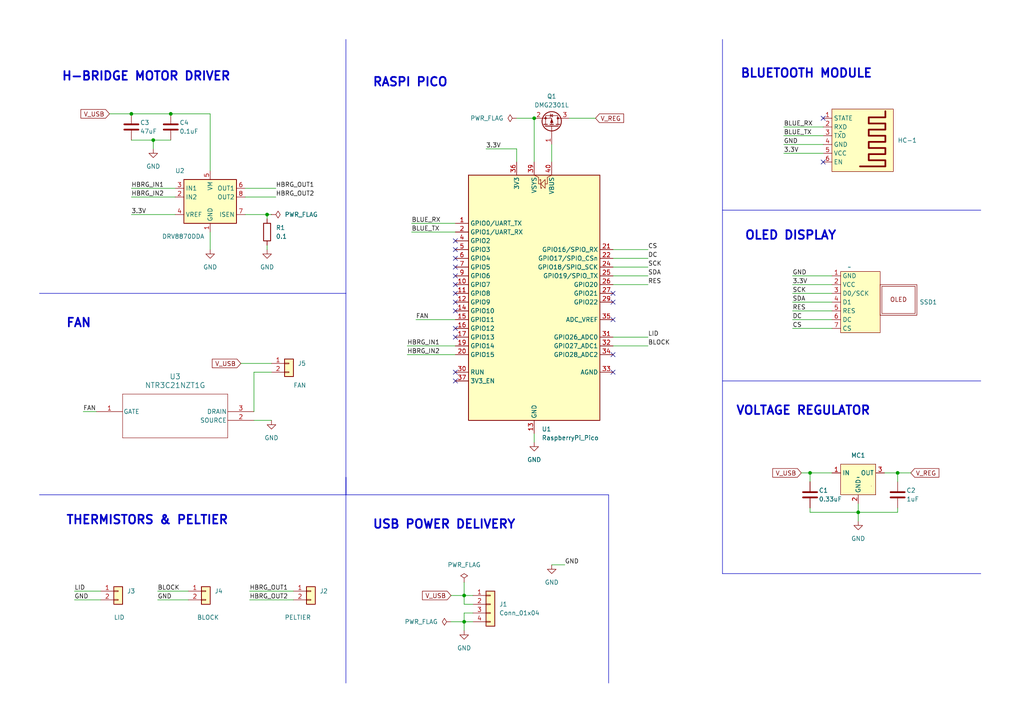
<source format=kicad_sch>
(kicad_sch (version 20230121) (generator eeschema)
  (paper "A4")
  (title_block (title "PCR Schematics") (date "04-03-2024") (rev "2") (company "EDL") (comment 1 "Made by PNP"))
  (lib_symbols
    (symbol "Connector_Generic:Conn_01x02" (pin_names (offset 1.016) hide)
      (property "Reference" "J" (at 0 2.54 0))
      (property "Value" "Conn_01x02" (at 0 -5.08 0))
      (symbol "Conn_01x02_1_1"
        (rectangle (start -1.27 -2.413) (end 0 -2.667) (stroke (width 0.1524)))
        (rectangle (start -1.27 0.127) (end 0 -0.127) (stroke (width 0.1524)))
        (rectangle (start -1.27 1.27) (end 1.27 -3.81) (stroke (width 0.254)) (fill (type background)))
        (pin passive line (at -5.08 0 0) (length 3.81) (name "Pin_1") (number "1"))
        (pin passive line (at -5.08 -2.54 0) (length 3.81) (name "Pin_2") (number "2"))
      )
    )
    (symbol "Connector_Generic:Conn_01x04" (pin_names (offset 1.016) hide)
      (property "Reference" "J" (at 0 5.08 0))
      (property "Value" "Conn_01x04" (at 0 -7.62 0))
      (symbol "Conn_01x04_1_1"
        (rectangle (start -1.27 -4.953) (end 0 -5.207) (stroke (width 0.1524)))
        (rectangle (start -1.27 -2.413) (end 0 -2.667) (stroke (width 0.1524)))
        (rectangle (start -1.27 0.127) (end 0 -0.127) (stroke (width 0.1524)))
        (rectangle (start -1.27 2.667) (end 0 2.413) (stroke (width 0.1524)))
        (rectangle (start -1.27 3.81) (end 1.27 -6.35) (stroke (width 0.254)) (fill (type background)))
        (pin passive line (at -5.08 2.54 0) (length 3.81) (name "Pin_1") (number "1"))
        (pin passive line (at -5.08 0 0) (length 3.81) (name "Pin_2") (number "2"))
        (pin passive line (at -5.08 -2.54 0) (length 3.81) (name "Pin_3") (number "3"))
        (pin passive line (at -5.08 -5.08 0) (length 3.81) (name "Pin_4") (number "4"))
      )
    )
    (symbol "Custom_Components:HC-05"
      (property "Reference" "HC-05" (at 6.35 -13.462 0))
      (symbol "HC-05_1_1"
        (rectangle (start -2.54 6.477) (end 15.24 -11.684) (fill (type background)))
        (polyline (pts (xy 12.954 5.842) (xy 12.954 4.318) (xy 12.954 4.064) (xy 8.128 4.064) (xy 8.128 2.286) (xy 12.954 2.286) (xy 12.954 0.508) (xy 8.128 0.508) (xy 8.128 -1.27) (xy 12.954 -1.27) (xy 12.954 -2.794) (xy 12.954 -3.048) (xy 8.128 -3.048) (xy 8.128 -4.826) (xy 12.954 -4.826) (xy 12.954 -6.604) (xy 8.128 -6.604) (xy 8.128 -8.382) (xy 12.7 -8.382) (xy 12.954 -8.382) (xy 12.954 -10.16) (xy 5.588 -10.16)) (stroke (width 0.5)))
        (pin output line (at -5.08 3.81 0) (length 2.54) (name "STATE") (number "1"))
        (pin input line (at -5.08 1.27 0) (length 2.54) (name "RXD") (number "2"))
        (pin output line (at -5.08 -1.27 0) (length 2.54) (name "TXD") (number "3"))
        (pin input line (at -5.08 -3.81 0) (length 2.54) (name "GND") (number "4"))
        (pin input line (at -5.08 -6.35 0) (length 2.54) (name "VCC") (number "5"))
        (pin input line (at -5.08 -8.89 0) (length 2.54) (name "EN") (number "6"))
      )
    )
    (symbol "Custom_Components:MC7805AC"
      (property "Reference" "MC7805" (at 0 6.35 0))
      (symbol "MC7805AC_0_1"
        (rectangle (start 3.81 -2.54) (end 3.81 -2.54))
      )
      (symbol "MC7805AC_1_1"
        (rectangle (start -5.08 3.81) (end 5.08 -5.08) (fill (type background)))
        (pin power_in line (at -7.62 1.27 0) (length 2.54) (name "IN") (number "1"))
        (pin power_in line (at 0 -7.62 90) (length 2.54) (name "GND") (number "2"))
        (pin power_out line (at 7.62 1.27 180) (length 2.54) (name "OUT") (number "3"))
      )
    )
    (symbol "Custom_Components:SSD1306"
      (property "Reference" "SSD1306" (at 3.81 -15.24 0))
      (symbol "SSD1306_0_1"
        (rectangle (start 8.89 0) (end 19.558 -8.89))
        (rectangle (start 9.398 -0.508) (end 19.05 -8.382))
      )
      (symbol "SSD1306_1_1"
        (rectangle (start -2.54 3.81) (end 8.89 -13.97) (fill (type background)))
        (text "OLED" (at 14.224 -4.318 0) (effects (font (size 1.27 1.27))))
        (pin input line (at -5.08 2.54 0) (length 2.54) (name "GND") (number "1"))
        (pin input line (at -5.08 0 0) (length 2.54) (name "VCC") (number "2"))
        (pin input line (at -5.08 -2.54 0) (length 2.54) (name "D0/SCK") (number "3"))
        (pin input line (at -5.08 -5.08 0) (length 2.54) (name "D1") (number "4"))
        (pin input line (at -5.08 -7.62 0) (length 2.54) (name "RES") (number "5"))
        (pin input line (at -5.08 -10.16 0) (length 2.54) (name "DC") (number "6"))
        (pin input line (at -5.08 -12.7 0) (length 2.54) (name "CS") (number "7"))
      )
    )
    (symbol "Device:C" (pin_numbers hide) (pin_names (offset 0.254))
      (property "Reference" "C" (at 0.635 2.54 0))
      (property "Value" "C" (at 0.635 -2.54 0))
      (symbol "C_0_1"
        (polyline (pts (xy -2.032 -0.762) (xy 2.032 -0.762)) (stroke (width 0.508)))
        (polyline (pts (xy -2.032 0.762) (xy 2.032 0.762)) (stroke (width 0.508)))
      )
      (symbol "C_1_1"
        (pin passive line (at 0 3.81 270) (length 2.794) (name "~") (number "1"))
        (pin passive line (at 0 -3.81 90) (length 2.794) (name "~") (number "2"))
      )
    )
    (symbol "Device:R" (pin_numbers hide) (pin_names (offset 0))
      (property "Reference" "R" (at 2.032 0 90))
      (property "Value" "R" (at 0 0 90))
      (symbol "R_0_1"
        (rectangle (start -1.016 -2.54) (end 1.016 2.54) (stroke (width 0.254)))
      )
      (symbol "R_1_1"
        (pin passive line (at 0 3.81 270) (length 1.27) (name "~") (number "1"))
        (pin passive line (at 0 -3.81 90) (length 1.27) (name "~") (number "2"))
      )
    )
    (symbol "Driver_Motor:DRV8870DDA"
      (property "Reference" "U" (at -6.35 6.35 0))
      (property "Value" "DRV8870DDA" (at 8.89 6.35 0))
      (symbol "DRV8870DDA_0_1"
        (rectangle (start -7.62 5.08) (end 7.62 -7.62) (stroke (width 0.254)) (fill (type background)))
      )
      (symbol "DRV8870DDA_1_1"
        (pin power_in line (at 0 -10.16 90) (length 2.54) (name "GND") (number "1"))
        (pin input line (at -10.16 0 0) (length 2.54) (name "IN2") (number "2"))
        (pin input line (at -10.16 2.54 0) (length 2.54) (name "IN1") (number "3"))
        (pin input line (at -10.16 -5.08 0) (length 2.54) (name "VREF") (number "4"))
        (pin power_in line (at 0 7.62 270) (length 2.54) (name "VM") (number "5"))
        (pin output line (at 10.16 2.54 180) (length 2.54) (name "OUT1") (number "6"))
        (pin passive line (at 10.16 -5.08 180) (length 2.54) (name "ISEN") (number "7"))
        (pin output line (at 10.16 0 180) (length 2.54) (name "OUT2") (number "8"))
        (pin passive line (at 0 -10.16 90) (length 2.54) hide (name "GND") (number "9"))
      )
    )
    (symbol "MCU_Module_RaspberryPi_Pico:RaspberryPi_Pico"
      (property "Reference" "U1" (at 2.1941 -36.83 0))
      (property "Value" "RaspberryPi_Pico" (at 2.1941 -39.37 0))
      (symbol "RaspberryPi_Pico_0_1"
        (rectangle (start -19.05 36.83) (end 19.05 -34.29) (stroke (width 0.254)) (fill (type background)))
        (polyline (pts (xy 0 36.83) (xy 1.27 36.195) (xy 1.27 34.29) (xy 1.905 34.29)))
        (polyline (pts (xy 1.905 34.29) (xy 3.175 35.56) (xy 3.175 33.02) (xy 1.905 34.29)))
        (polyline (pts (xy 5.08 36.83) (xy 3.81 36.195) (xy 3.81 34.29) (xy 3.175 34.29)))
        (polyline (pts (xy 1.651 35.306) (xy 1.651 35.56) (xy 1.905 35.56) (xy 1.905 33.02) (xy 2.159 33.02) (xy 2.159 33.274)))
      )
      (symbol "RaspberryPi_Pico_1_1"
        (pin bidirectional line (at -22.86 22.86 0) (length 3.81) (name "GPIO0/UART_TX") (number "1"))
        (pin bidirectional line (at -22.86 5.08 0) (length 3.81) (name "GPIO7") (number "10"))
        (pin bidirectional line (at -22.86 2.54 0) (length 3.81) (name "GPIO8") (number "11"))
        (pin bidirectional line (at -22.86 0 0) (length 3.81) (name "GPIO9") (number "12"))
        (pin power_out line (at 0 -38.1 90) (length 3.81) (name "GND") (number "13"))
        (pin bidirectional line (at -22.86 -2.54 0) (length 3.81) (name "GPIO10") (number "14"))
        (pin bidirectional line (at -22.86 -5.08 0) (length 3.81) (name "GPIO11") (number "15"))
        (pin bidirectional line (at -22.86 -7.62 0) (length 3.81) (name "GPIO12") (number "16"))
        (pin bidirectional line (at -22.86 -10.16 0) (length 3.81) (name "GPIO13") (number "17"))
        (pin passive line (at 0 -38.1 90) (length 3.81) hide (name "GND") (number "18"))
        (pin bidirectional line (at -22.86 -12.7 0) (length 3.81) (name "GPIO14") (number "19"))
        (pin bidirectional line (at -22.86 20.32 0) (length 3.81) (name "GPIO1/UART_RX") (number "2"))
        (pin bidirectional line (at -22.86 -15.24 0) (length 3.81) (name "GPIO15") (number "20"))
        (pin bidirectional line (at 22.86 15.24 180) (length 3.81) (name "GPIO16/SPIO_RX") (number "21"))
        (pin bidirectional line (at 22.86 12.7 180) (length 3.81) (name "GPIO17/SPIO_CSn") (number "22"))
        (pin passive line (at 0 -38.1 90) (length 3.81) hide (name "GND") (number "23"))
        (pin bidirectional line (at 22.86 10.16 180) (length 3.81) (name "GPIO18/SPIO_SCK") (number "24"))
        (pin bidirectional line (at 22.86 7.62 180) (length 3.81) (name "GPIO19/SPIO_TX") (number "25"))
        (pin bidirectional line (at 22.86 5.08 180) (length 3.81) (name "GPIO20") (number "26"))
        (pin bidirectional line (at 22.86 2.54 180) (length 3.81) (name "GPIO21") (number "27"))
        (pin passive line (at 0 -38.1 90) (length 3.81) hide (name "GND") (number "28"))
        (pin bidirectional line (at 22.86 0 180) (length 3.81) (name "GPIO22") (number "29"))
        (pin passive line (at 0 -38.1 90) (length 3.81) hide (name "GND") (number "3"))
        (pin input line (at -22.86 -20.32 0) (length 3.81) (name "RUN") (number "30"))
        (pin bidirectional line (at 22.86 -10.16 180) (length 3.81) (name "GPIO26_ADC0") (number "31"))
        (pin bidirectional line (at 22.86 -12.7 180) (length 3.81) (name "GPIO27_ADC1") (number "32"))
        (pin power_in line (at 22.86 -20.32 180) (length 3.81) (name "AGND") (number "33"))
        (pin bidirectional line (at 22.86 -15.24 180) (length 3.81) (name "GPIO28_ADC2") (number "34"))
        (pin power_in line (at 22.86 -5.08 180) (length 3.81) (name "ADC_VREF") (number "35"))
        (pin power_out line (at -5.08 40.64 270) (length 3.81) (name "3V3") (number "36"))
        (pin input line (at -22.86 -22.86 0) (length 3.81) (name "3V3_EN") (number "37"))
        (pin passive line (at 0 -38.1 90) (length 3.81) hide (name "GND") (number "38"))
        (pin power_in line (at 0 40.64 270) (length 3.81) (name "VSYS") (number "39"))
        (pin bidirectional line (at -22.86 17.78 0) (length 3.81) (name "GPIO2") (number "4"))
        (pin power_out line (at 5.08 40.64 270) (length 3.81) (name "VBUS") (number "40"))
        (pin bidirectional line (at -22.86 15.24 0) (length 3.81) (name "GPIO3") (number "5"))
        (pin bidirectional line (at -22.86 12.7 0) (length 3.81) (name "GPIO4") (number "6"))
        (pin bidirectional line (at -22.86 10.16 0) (length 3.81) (name "GPIO5") (number "7"))
        (pin passive line (at 0 -38.1 90) (length 3.81) hide (name "GND") (number "8"))
        (pin bidirectional line (at -22.86 7.62 0) (length 3.81) (name "GPIO6") (number "9"))
      )
    )
    (symbol "NTR3C21NZT1G:NTR3C21NZT1G" (pin_names (offset 0.254))
      (property "Reference" "U3" (at 22.86 10.16 0))
      (property "Value" "NTR3C21NZT1G" (at 22.86 7.62 0))
      (symbol "NTR3C21NZT1G_0_1"
        (polyline (pts (xy 7.62 -7.62) (xy 38.1 -7.62)) (stroke (width 0.127)))
        (polyline (pts (xy 7.62 5.08) (xy 7.62 -7.62)) (stroke (width 0.127)))
        (polyline (pts (xy 38.1 -7.62) (xy 38.1 5.08)) (stroke (width 0.127)))
        (polyline (pts (xy 38.1 5.08) (xy 7.62 5.08)) (stroke (width 0.127)))
      )
      (symbol "NTR3C21NZT1G_1_1"
        (pin input line (at 0 0 0) (length 7.62) (name "GATE") (number "1"))
        (pin input line (at 45.72 -2.54 180) (length 7.62) (name "SOURCE") (number "2"))
        (pin output line (at 45.72 0 180) (length 7.62) (name "DRAIN") (number "3"))
      )
    )
    (symbol "Transistor_FET:DMG2301L" (pin_names hide)
      (property "Reference" "Q" (at 5.08 1.905 0))
      (property "Value" "DMG2301L" (at 5.08 0 0))
      (symbol "DMG2301L_0_1"
        (polyline (pts (xy 0.254 0) (xy -2.54 0)))
        (polyline (pts (xy 0.254 1.905) (xy 0.254 -1.905)) (stroke (width 0.254)))
        (polyline (pts (xy 0.762 -1.27) (xy 0.762 -2.286)) (stroke (width 0.254)))
        (polyline (pts (xy 0.762 0.508) (xy 0.762 -0.508)) (stroke (width 0.254)))
        (polyline (pts (xy 0.762 2.286) (xy 0.762 1.27)) (stroke (width 0.254)))
        (polyline (pts (xy 2.54 2.54) (xy 2.54 1.778)))
        (polyline (pts (xy 2.54 -2.54) (xy 2.54 0) (xy 0.762 0)))
        (polyline (pts (xy 0.762 1.778) (xy 3.302 1.778) (xy 3.302 -1.778) (xy 0.762 -1.778)))
        (polyline (pts (xy 2.286 0) (xy 1.27 0.381) (xy 1.27 -0.381) (xy 2.286 0)) (fill (type outline)))
        (polyline (pts (xy 2.794 -0.508) (xy 2.921 -0.381) (xy 3.683 -0.381) (xy 3.81 -0.254)))
        (polyline (pts (xy 3.302 -0.381) (xy 2.921 0.254) (xy 3.683 0.254) (xy 3.302 -0.381)))
        (circle (center 1.651 0) (radius 2.794) (stroke (width 0.254)))
        (circle (center 2.54 -1.778) (radius 0.254) (fill (type outline)))
        (circle (center 2.54 1.778) (radius 0.254) (fill (type outline)))
      )
      (symbol "DMG2301L_1_1"
        (pin input line (at -5.08 0 0) (length 2.54) (name "G") (number "1"))
        (pin passive line (at 2.54 -5.08 90) (length 2.54) (name "S") (number "2"))
        (pin passive line (at 2.54 5.08 270) (length 2.54) (name "D") (number "3"))
      )
    )
    (symbol "power:GND" (power) (pin_names (offset 0))
      (property "Value" "GND" (at 0 -3.81 0))
      (symbol "GND_0_1"
        (polyline (pts (xy 0 0) (xy 0 -1.27) (xy 1.27 -1.27) (xy 0 -2.54) (xy -1.27 -1.27) (xy 0 -1.27)))
      )
      (symbol "GND_1_1"
        (pin power_in line (at 0 0 270) (length 0) hide (name "GND") (number "1"))
      )
    )
    (symbol "power:PWR_FLAG" (power) (pin_numbers hide) (pin_names (offset 0) hide)
      (property "Value" "PWR_FLAG" (at 0 3.81 0))
      (symbol "PWR_FLAG_0_0"
        (pin power_out line (at 0 0 90) (length 0) (name "pwr") (number "1"))
      )
      (symbol "PWR_FLAG_0_1"
        (polyline (pts (xy 0 0) (xy 0 1.27) (xy -1.016 1.905) (xy 0 2.54) (xy 1.016 1.905) (xy 0 1.27)))
      )
    )
  )
  (junction (at 134.62 172.72))
  (junction (at 77.47 62.23))
  (junction (at 260.35 137.16))
  (junction (at 134.62 180.34))
  (junction (at 234.95 137.16))
  (junction (at 49.53 33.02))
  (junction (at 154.94 34.29))
  (junction (at 44.45 40.64))
  (junction (at 38.1 33.02))
  (junction (at 248.92 148.59))
  (no_connect (at 177.8 92.71))
  (no_connect (at 132.08 110.49))
  (no_connect (at 132.08 97.79))
  (no_connect (at 132.08 80.01))
  (no_connect (at 132.08 107.95))
  (no_connect (at 132.08 74.93))
  (no_connect (at 132.08 90.17))
  (no_connect (at 132.08 85.09))
  (no_connect (at 132.08 69.85))
  (no_connect (at 132.08 87.63))
  (no_connect (at 238.76 46.99))
  (no_connect (at 238.76 34.29))
  (no_connect (at 177.8 107.95))
  (no_connect (at 177.8 87.63))
  (no_connect (at 177.8 102.87))
  (no_connect (at 177.8 85.09))
  (no_connect (at 132.08 77.47))
  (no_connect (at 132.08 72.39))
  (no_connect (at 132.08 95.25))
  (no_connect (at 132.08 82.55))
  (wire (pts (xy 229.87 92.71) (xy 241.3 92.71)))
  (wire (pts (xy 73.66 119.38) (xy 73.66 107.95)))
  (wire (pts (xy 229.87 87.63) (xy 241.3 87.63)))
  (wire (pts (xy 229.87 80.01) (xy 241.3 80.01)))
  (wire (pts (xy 120.65 92.71) (xy 132.08 92.71)))
  (wire (pts (xy 72.39 173.99) (xy 85.09 173.99)))
  (wire (pts (xy 137.16 177.8) (xy 134.62 177.8)))
  (wire (pts (xy 234.95 148.59) (xy 234.95 147.32)))
  (wire (pts (xy 38.1 33.02) (xy 49.53 33.02)))
  (wire (pts (xy 260.35 148.59) (xy 260.35 147.32)))
  (wire (pts (xy 72.39 171.45) (xy 85.09 171.45)))
  (wire (pts (xy 38.1 54.61) (xy 50.8 54.61)))
  (wire (pts (xy 177.8 74.93) (xy 187.96 74.93)))
  (polyline (pts (xy 100.33 85.09) (xy 100.33 143.51)))
  (wire (pts (xy 229.87 95.25) (xy 241.3 95.25)))
  (wire (pts (xy 177.8 80.01) (xy 187.96 80.01)))
  (wire (pts (xy 21.59 173.99) (xy 29.21 173.99)))
  (wire (pts (xy 38.1 40.64) (xy 44.45 40.64)))
  (wire (pts (xy 234.95 148.59) (xy 248.92 148.59)))
  (wire (pts (xy 137.16 175.26) (xy 134.62 175.26)))
  (polyline (pts (xy 209.55 11.43) (xy 209.55 166.37)))
  (polyline (pts (xy 100.33 143.51) (xy 176.53 143.51)))
  (wire (pts (xy 177.8 82.55) (xy 187.96 82.55)))
  (wire (pts (xy 71.12 57.15) (xy 80.01 57.15)))
  (wire (pts (xy 160.02 163.83) (xy 163.83 163.83)))
  (wire (pts (xy 227.33 39.37) (xy 238.76 39.37)))
  (wire (pts (xy 149.86 46.99) (xy 149.86 43.18)))
  (polyline (pts (xy 11.43 143.51) (xy 100.33 143.51)))
  (polyline (pts (xy 209.55 60.96) (xy 284.48 60.96)))
  (wire (pts (xy 119.38 64.77) (xy 132.08 64.77)))
  (wire (pts (xy 137.16 180.34) (xy 134.62 180.34)))
  (wire (pts (xy 134.62 177.8) (xy 134.62 180.34)))
  (wire (pts (xy 69.85 105.41) (xy 78.74 105.41)))
  (polyline (pts (xy 100.33 143.51) (xy 100.33 138.43)))
  (wire (pts (xy 31.75 33.02) (xy 38.1 33.02)))
  (wire (pts (xy 77.47 62.23) (xy 77.47 63.5)))
  (wire (pts (xy 130.81 172.72) (xy 134.62 172.72)))
  (wire (pts (xy 134.62 175.26) (xy 134.62 172.72)))
  (wire (pts (xy 154.94 34.29) (xy 154.94 46.99)))
  (wire (pts (xy 234.95 137.16) (xy 241.3 137.16)))
  (wire (pts (xy 118.11 100.33) (xy 132.08 100.33)))
  (wire (pts (xy 73.66 121.92) (xy 78.74 121.92)))
  (wire (pts (xy 44.45 40.64) (xy 44.45 43.18)))
  (wire (pts (xy 177.8 100.33) (xy 187.96 100.33)))
  (wire (pts (xy 227.33 36.83) (xy 238.76 36.83)))
  (wire (pts (xy 177.8 77.47) (xy 187.96 77.47)))
  (wire (pts (xy 227.33 41.91) (xy 238.76 41.91)))
  (wire (pts (xy 45.72 173.99) (xy 54.61 173.99)))
  (wire (pts (xy 71.12 54.61) (xy 80.01 54.61)))
  (polyline (pts (xy 100.33 11.43) (xy 100.33 85.09)))
  (wire (pts (xy 38.1 57.15) (xy 50.8 57.15)))
  (wire (pts (xy 49.53 33.02) (xy 60.96 33.02)))
  (wire (pts (xy 44.45 40.64) (xy 49.53 40.64)))
  (wire (pts (xy 71.12 62.23) (xy 77.47 62.23)))
  (wire (pts (xy 134.62 172.72) (xy 137.16 172.72)))
  (wire (pts (xy 160.02 41.91) (xy 160.02 46.99)))
  (polyline (pts (xy 100.33 138.43) (xy 100.33 198.12)))
  (wire (pts (xy 149.86 43.18) (xy 140.97 43.18)))
  (wire (pts (xy 154.94 125.73) (xy 154.94 128.27)))
  (wire (pts (xy 248.92 148.59) (xy 248.92 151.13)))
  (wire (pts (xy 73.66 107.95) (xy 78.74 107.95)))
  (wire (pts (xy 77.47 71.12) (xy 77.47 72.39)))
  (wire (pts (xy 256.54 137.16) (xy 260.35 137.16)))
  (wire (pts (xy 134.62 180.34) (xy 134.62 182.88)))
  (wire (pts (xy 232.41 137.16) (xy 234.95 137.16)))
  (wire (pts (xy 149.86 34.29) (xy 154.94 34.29)))
  (polyline (pts (xy 209.55 166.37) (xy 284.48 166.37)))
  (wire (pts (xy 227.33 44.45) (xy 238.76 44.45)))
  (wire (pts (xy 60.96 67.31) (xy 60.96 72.39)))
  (wire (pts (xy 165.1 34.29) (xy 172.72 34.29)))
  (wire (pts (xy 260.35 137.16) (xy 260.35 139.7)))
  (wire (pts (xy 229.87 82.55) (xy 241.3 82.55)))
  (wire (pts (xy 45.72 171.45) (xy 54.61 171.45)))
  (wire (pts (xy 248.92 146.05) (xy 248.92 148.59)))
  (wire (pts (xy 21.59 171.45) (xy 29.21 171.45)))
  (wire (pts (xy 38.1 62.23) (xy 50.8 62.23)))
  (wire (pts (xy 118.11 102.87) (xy 132.08 102.87)))
  (wire (pts (xy 177.8 72.39) (xy 187.96 72.39)))
  (wire (pts (xy 24.13 119.38) (xy 27.94 119.38)))
  (wire (pts (xy 119.38 67.31) (xy 132.08 67.31)))
  (wire (pts (xy 234.95 137.16) (xy 234.95 139.7)))
  (wire (pts (xy 229.87 90.17) (xy 241.3 90.17)))
  (wire (pts (xy 130.81 180.34) (xy 134.62 180.34)))
  (wire (pts (xy 134.62 168.91) (xy 134.62 172.72)))
  (wire (pts (xy 260.35 137.16) (xy 264.16 137.16)))
  (wire (pts (xy 177.8 97.79) (xy 187.96 97.79)))
  (polyline (pts (xy 176.53 143.51) (xy 176.53 198.12)))
  (wire (pts (xy 60.96 33.02) (xy 60.96 49.53)))
  (polyline (pts (xy 209.55 110.49) (xy 284.48 110.49)))
  (polyline (pts (xy 11.43 85.09) (xy 100.33 85.09)))
  (wire (pts (xy 248.92 148.59) (xy 260.35 148.59)))
  (wire (pts (xy 77.47 62.23) (xy 78.74 62.23)))
  (wire (pts (xy 229.87 85.09) (xy 241.3 85.09)))
  (text "FAN" (at 19.05 95.25 0) (effects (font (size 2.5 2.5) (thickness 0.5) bold) (justify left bottom)))
  (text "H-BRIDGE MOTOR DRIVER\n\n\n" (at 17.78 31.75 0) (effects (font (size 2.5 2.5) (thickness 0.5) bold) (justify left bottom)))
  (text "OLED DISPLAY" (at 215.9 69.85 0) (effects (font (size 2.5 2.5) (thickness 0.5) bold) (justify left bottom)))
  (text "USB POWER DELIVERY" (at 107.95 153.67 0) (effects (font (size 2.5 2.5) (thickness 0.5) bold) (justify left bottom)))
  (text "BLUETOOTH MODULE\n" (at 214.63 22.86 0) (effects (font (size 2.5 2.5) (thickness 0.5) bold) (justify left bottom)))
  (text "THERMISTORS & PELTIER\n" (at 19.05 152.4 0) (effects (font (size 2.5 2.5) bold) (justify left bottom)))
  (text "RASPI PICO\n" (at 107.95 25.4 0) (effects (font (size 2.5 2.5) bold) (justify left bottom)))
  (text "VOLTAGE REGULATOR" (at 213.36 120.65 0) (effects (font (size 2.5 2.5) (thickness 0.5) bold) (justify left bottom)))
  (label "SCK" (at 187.96 77.47 0))
  (label "BLUE_TX" (at 119.38 67.31 0))
  (label "3.3V" (at 229.87 82.55 0))
  (label "CS" (at 229.87 95.25 0))
  (label "3.3V" (at 38.1 62.23 0))
  (label "DC" (at 187.96 74.93 0))
  (label "GND" (at 21.59 173.99 0))
  (label "GND" (at 163.83 163.83 0))
  (label "LID" (at 187.96 97.79 0))
  (label "SCK" (at 229.87 85.09 0))
  (label "HBRG_OUT2" (at 80.01 57.15 0))
  (label "FAN" (at 24.13 119.38 0))
  (label "HBRG_OUT1" (at 80.01 54.61 0))
  (label "HBRG_IN2" (at 38.1 57.15 0))
  (label "RES" (at 229.87 90.17 0))
  (label "GND" (at 45.72 173.99 0))
  (label "BLUE_RX" (at 227.33 36.83 0))
  (label "LID" (at 21.59 171.45 0))
  (label "BLOCK" (at 187.96 100.33 0))
  (label "GND" (at 227.33 41.91 0))
  (label "DC" (at 229.87 92.71 0))
  (label "BLUE_RX" (at 119.38 64.77 0))
  (label "3.3V" (at 140.97 43.18 0))
  (label "RES" (at 187.96 82.55 0))
  (label "HBRG_OUT2" (at 72.39 173.99 0))
  (label "3.3V" (at 227.33 44.45 0))
  (label "BLOCK" (at 45.72 171.45 0))
  (label "GND" (at 229.87 80.01 0))
  (label "HBRG_IN2" (at 118.11 102.87 0))
  (label "HBRG_IN1" (at 38.1 54.61 0))
  (label "HBRG_OUT1" (at 72.39 171.45 0))
  (label "SDA" (at 187.96 80.01 0))
  (label "FAN" (at 120.65 92.71 0))
  (label "HBRG_IN1" (at 118.11 100.33 0))
  (label "SDA" (at 229.87 87.63 0))
  (label "BLUE_TX" (at 227.33 39.37 0))
  (label "CS" (at 187.96 72.39 0))
  (global_label "V_USB" (shape input) (at 69.85 105.41 180) (property "Intersheetrefs" "${INTERSHEET_REFS}" (effects hide)))
  (global_label "V_USB" (shape input) (at 232.41 137.16 180) (property "Intersheetrefs" "${INTERSHEET_REFS}" (effects hide)))
  (global_label "V_REG" (shape input) (at 264.16 137.16 0) (property "Intersheetrefs" "${INTERSHEET_REFS}" (effects hide)))
  (global_label "V_USB" (shape input) (at 31.75 33.02 180) (property "Intersheetrefs" "${INTERSHEET_REFS}" (effects hide)))
  (global_label "V_REG" (shape input) (at 172.72 34.29 0) (property "Intersheetrefs" "${INTERSHEET_REFS}" (effects hide)))
  (global_label "V_USB" (shape input) (at 130.81 172.72 180) (property "Intersheetrefs" "${INTERSHEET_REFS}" (effects hide)))
  (symbol (lib_id "Device:C") (at 234.95 143.51 0) (unit 1)
    (property "Reference" "C1" (at 237.49 142.24 0) (effects (justify left)))
    (property "Value" "0.33uF" (at 237.49 144.78 0) (effects (justify left)))
    (property "Footprint" "Capacitor_SMD:C_1206_3216Metric_Pad1.33x1.80mm_HandSolder" (effects hide))
  )
  (symbol (lib_id "power:GND") (at 154.94 128.27 0) (unit 1)
    (property "Reference" "#PWR03" (effects hide))
    (property "Value" "GND" (at 154.94 133.35 0))
  )
  (symbol (lib_id "Connector_Generic:Conn_01x02") (at 83.82 105.41 0) (unit 1)
    (property "Reference" "J5" (at 86.36 105.41 0) (effects (justify left)))
    (property "Value" "FAN" (at 85.09 111.76 0) (effects (justify left)))
    (property "Footprint" "Connector_PinHeader_2.54mm:PinHeader_1x02_P2.54mm_Vertical" (effects hide))
  )
  (symbol (lib_id "Device:C") (at 49.53 36.83 0) (unit 1)
    (property "Reference" "C4" (at 52.07 35.56 0) (effects (justify left)))
    (property "Value" "0.1uF" (at 52.07 38.1 0) (effects (justify left)))
    (property "Footprint" "Capacitor_SMD:C_1206_3216Metric_Pad1.33x1.80mm_HandSolder" (effects hide))
  )
  (symbol (lib_id "NTR3C21NZT1G:NTR3C21NZT1G") (at 27.94 119.38 0) (unit 1)
    (property "Reference" "U3" (at 50.8 109.22 0) (effects (font (size 1.524 1.524))))
    (property "Value" "NTR3C21NZT1G" (at 50.8 111.76 0) (effects (font (size 1.524 1.524))))
    (property "Footprint" "footprints:SOT-23_ONS" (effects hide))
    (property "Datasheet" "NTR3C21NZT1G" (effects hide))
  )
  (symbol (lib_id "power:GND") (at 134.62 182.88 0) (unit 1)
    (property "Reference" "#PWR01" (effects hide))
    (property "Value" "GND" (at 134.62 187.96 0))
  )
  (symbol (lib_id "Connector_Generic:Conn_01x04") (at 142.24 175.26 0) (unit 1)
    (property "Reference" "J1" (at 144.78 175.26 0) (effects (justify left)))
    (property "Value" "Conn_01x04" (at 144.78 177.8 0) (effects (justify left)))
    (property "Footprint" "Custom_footprints:USB_PD" (effects hide))
  )
  (symbol (lib_id "power:GND") (at 60.96 72.39 0) (unit 1)
    (property "Reference" "#PWR06" (effects hide))
    (property "Value" "GND" (at 60.96 77.47 0))
  )
  (symbol (lib_id "MCU_Module_RaspberryPi_Pico:RaspberryPi_Pico") (at 154.94 87.63 0) (unit 1)
    (property "Reference" "U1" (at 157.1341 124.46 0) (effects (justify left)))
    (property "Value" "RaspberryPi_Pico" (at 157.1341 127 0) (effects (justify left)))
    (property "Footprint" "Module_RaspberryPi_Pico:RaspberryPi_Pico_Common" (effects hide))
    (property "Datasheet" "https://datasheets.raspberrypi.com/pico/pico-datasheet.pdf" (effects hide))
  )
  (symbol (lib_id "Device:C") (at 38.1 36.83 0) (unit 1)
    (property "Reference" "C3" (at 40.64 35.56 0) (effects (justify left)))
    (property "Value" "47uF" (at 40.64 38.1 0) (effects (justify left)))
    (property "Footprint" "Capacitor_SMD:C_1206_3216Metric_Pad1.33x1.80mm_HandSolder" (effects hide))
  )
  (symbol (lib_id "power:PWR_FLAG") (at 130.81 180.34 90) (unit 1)
    (property "Reference" "#FLG04" (effects hide))
    (property "Value" "PWR_FLAG" (at 127 180.34 90) (effects (justify left)))
  )
  (symbol (lib_id "power:GND") (at 44.45 43.18 0) (unit 1)
    (property "Reference" "#PWR08" (effects hide))
    (property "Value" "GND" (at 44.45 48.26 0))
  )
  (symbol (lib_id "power:PWR_FLAG") (at 78.74 62.23 270) (unit 1)
    (property "Reference" "#FLG03" (effects hide))
    (property "Value" "PWR_FLAG" (at 82.55 62.23 90) (effects (justify left)))
  )
  (symbol (lib_id "Device:R") (at 77.47 67.31 0) (unit 1)
    (property "Reference" "R1" (at 80.01 66.04 0) (effects (justify left)))
    (property "Value" "0.1" (at 80.01 68.58 0) (effects (justify left)))
    (property "Footprint" "Resistor_SMD:R_2512_6332Metric_Pad1.40x3.35mm_HandSolder" (effects hide))
  )
  (symbol (lib_id "Driver_Motor:DRV8870DDA") (at 60.96 57.15 0) (unit 1)
    (property "Reference" "U2" (at 50.8 49.53 0) (effects (justify left)))
    (property "Value" "DRV8870DDA" (at 46.99 68.58 0) (effects (justify left)))
    (property "Footprint" "Package_SO:Texas_HTSOP-8-1EP_3.9x4.9mm_P1.27mm_EP2.95x4.9mm_Mask2.4x3.1mm_ThermalVias" (effects hide))
    (property "Datasheet" "http://www.ti.com/lit/ds/symlink/drv8870.pdf" (effects hide))
  )
  (symbol (lib_id "power:GND") (at 78.74 121.92 0) (unit 1)
    (property "Reference" "#PWR05" (effects hide))
    (property "Value" "GND" (at 78.74 127 0))
  )
  (symbol (lib_id "Custom_Components:HC-05") (at 243.84 38.1 0) (unit 1)
    (property "Reference" "HC-1" (at 260.35 40.7035 0) (effects (justify left)))
    (property "Value" "~" (at 243.84 38.1 0))
    (property "Footprint" "Custom_footprints:HC-05" (effects hide))
  )
  (symbol (lib_id "Connector_Generic:Conn_01x02") (at 34.29 171.45 0) (unit 1)
    (property "Reference" "J3" (at 36.83 171.45 0) (effects (justify left)))
    (property "Value" "LID" (at 33.02 179.07 0) (effects (justify left)))
    (property "Footprint" "Connector_PinHeader_2.54mm:PinHeader_1x02_P2.54mm_Vertical" (effects hide))
  )
  (symbol (lib_id "Connector_Generic:Conn_01x02") (at 59.69 171.45 0) (unit 1)
    (property "Reference" "J4" (at 62.23 171.45 0) (effects (justify left)))
    (property "Value" "BLOCK" (at 57.15 179.07 0) (effects (justify left)))
    (property "Footprint" "Connector_PinHeader_2.54mm:PinHeader_1x02_P2.54mm_Vertical" (effects hide))
  )
  (symbol (lib_id "Custom_Components:MC7805AC") (at 248.92 138.43 0) (unit 1)
    (property "Reference" "MC1" (at 248.92 132.08 0))
    (property "Value" "~" (at 248.92 138.43 0))
    (property "Footprint" "Custom_footprints:MC7805_TO-220_THT" (effects hide))
  )
  (symbol (lib_id "power:PWR_FLAG") (at 149.86 34.29 90) (unit 1)
    (property "Reference" "#FLG02" (effects hide))
    (property "Value" "PWR_FLAG" (at 146.05 34.29 90) (effects (justify left)))
  )
  (symbol (lib_id "power:GND") (at 248.92 151.13 0) (unit 1)
    (property "Reference" "#PWR02" (effects hide))
    (property "Value" "GND" (at 248.92 156.21 0))
  )
  (symbol (lib_id "power:GND") (at 77.47 72.39 0) (unit 1)
    (property "Reference" "#PWR07" (effects hide))
    (property "Value" "GND" (at 77.47 77.47 0))
  )
  (symbol (lib_id "Transistor_FET:DMG2301L") (at 160.02 36.83 270) (mirror x) (unit 1)
    (property "Reference" "Q1" (at 160.02 27.94 90))
    (property "Value" "DMG2301L" (at 160.02 30.48 90))
    (property "Footprint" "Package_TO_SOT_SMD:SOT-23" (effects hide))
    (property "Datasheet" "https://www.diodes.com/assets/Datasheets/DMG2301L.pdf" (effects hide))
  )
  (symbol (lib_id "power:GND") (at 160.02 163.83 0) (unit 1)
    (property "Reference" "#PWR04" (effects hide))
    (property "Value" "GND" (at 160.02 168.91 0))
  )
  (symbol (lib_id "Device:C") (at 260.35 143.51 0) (unit 1)
    (property "Reference" "C2" (at 262.89 142.24 0) (effects (justify left)))
    (property "Value" "1uF" (at 262.89 144.78 0) (effects (justify left)))
    (property "Footprint" "Capacitor_SMD:C_1206_3216Metric_Pad1.33x1.80mm_HandSolder" (effects hide))
  )
  (symbol (lib_id "power:PWR_FLAG") (at 134.62 168.91 0) (unit 1)
    (property "Reference" "#FLG01" (effects hide))
    (property "Value" "PWR_FLAG" (at 134.62 163.83 0))
  )
  (symbol (lib_id "Connector_Generic:Conn_01x02") (at 90.17 171.45 0) (unit 1)
    (property "Reference" "J2" (at 92.71 171.45 0) (effects (justify left)))
    (property "Value" "PELTIER" (at 82.55 179.07 0) (effects (justify left)))
    (property "Footprint" "Connector_PinHeader_2.54mm:PinHeader_1x02_P2.54mm_Vertical" (effects hide))
  )
  (symbol (lib_id "Custom_Components:SSD1306") (at 246.38 82.55 0) (unit 1)
    (property "Reference" "SSD1" (at 266.7 87.63 0) (effects (justify left)))
    (property "Value" "~" (at 246.38 77.47 0))
    (property "Footprint" "Custom_footprints:SSD1306" (effects hide))
  )
)
</source>
